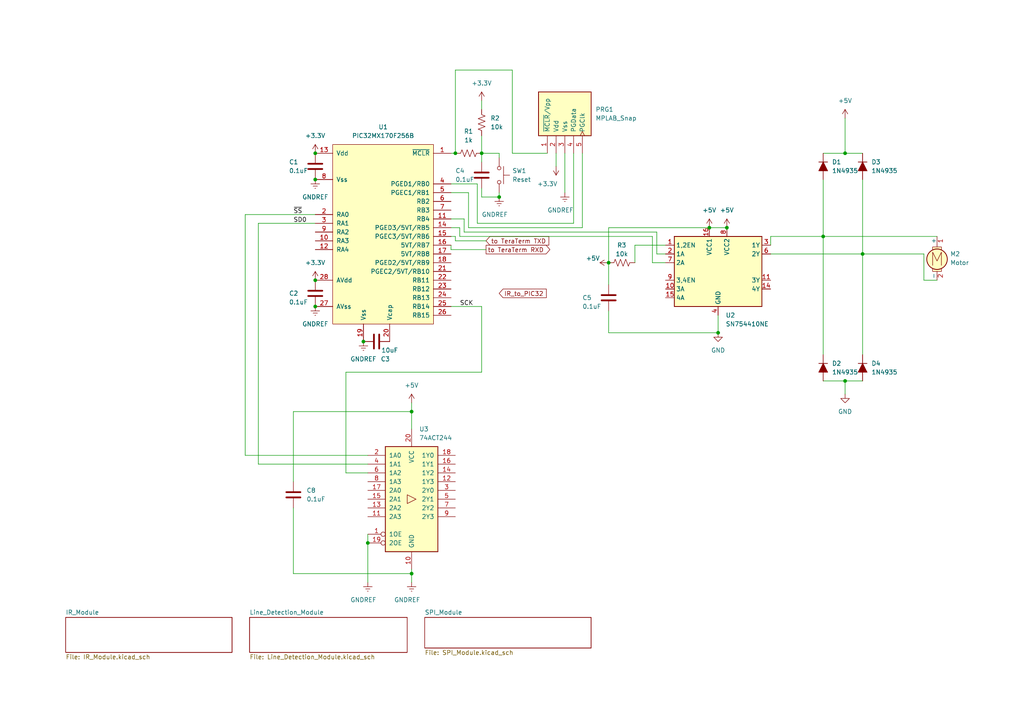
<source format=kicad_sch>
(kicad_sch (version 20230121) (generator eeschema)
  (paper "A4")
  (lib_symbols
    (symbol "Driver_Motor:SN754410NE"
      (property "Reference" "U" (at -10.16 17.78 0))
      (property "Value" "SN754410NE" (at -7.62 15.24 0))
      (symbol "SN754410NE_0_1"
        (rectangle (start -12.7 10.16) (end 12.7 -10.16) (stroke (width 0.254)) (fill (type background)))
      )
      (symbol "SN754410NE_1_1"
        (pin input line (at -15.24 7.62 0) (length 2.54) (name "1,2EN") (number "1"))
        (pin input line (at -15.24 -5.08 0) (length 2.54) (name "3A") (number "10"))
        (pin output line (at 15.24 -2.54 180) (length 2.54) (name "3Y") (number "11"))
        (pin passive line (at 0 -12.7 90) (length 2.54) hide (name "GND") (number "12"))
        (pin passive line (at 0 -12.7 90) (length 2.54) hide (name "GND") (number "13"))
        (pin output line (at 15.24 -5.08 180) (length 2.54) (name "4Y") (number "14"))
        (pin input line (at -15.24 -7.62 0) (length 2.54) (name "4A") (number "15"))
        (pin power_in line (at -2.54 12.7 270) (length 2.54) (name "VCC1") (number "16"))
        (pin input line (at -15.24 5.08 0) (length 2.54) (name "1A") (number "2"))
        (pin output line (at 15.24 7.62 180) (length 2.54) (name "1Y") (number "3"))
        (pin power_in line (at 0 -12.7 90) (length 2.54) (name "GND") (number "4"))
        (pin passive line (at 0 -12.7 90) (length 2.54) hide (name "GND") (number "5"))
        (pin output line (at 15.24 5.08 180) (length 2.54) (name "2Y") (number "6"))
        (pin input line (at -15.24 2.54 0) (length 2.54) (name "2A") (number "7"))
        (pin power_in line (at 2.54 12.7 270) (length 2.54) (name "VCC2") (number "8"))
        (pin input line (at -15.24 -2.54 0) (length 2.54) (name "3,4EN") (number "9"))
      )
    )
    (symbol "ME218_BaseLib:74xxx244" (pin_names (offset 1.016))
      (property "Reference" "U" (at -7.62 16.51 0))
      (property "Value" "74xxx244" (at -7.62 -16.51 0))
      (symbol "74xxx244_1_0"
        (polyline (pts (xy 1.27 0) (xy -1.27 1.27) (xy -1.27 -1.27) (xy 1.27 0)) (stroke (width 0.1524)))
        (pin input inverted (at -12.7 -10.16 0) (length 5.08) (name "1OE") (number "1"))
        (pin power_in line (at 0 -20.32 90) (length 5.08) (name "GND") (number "10"))
        (pin input line (at -12.7 -5.08 0) (length 5.08) (name "2A3") (number "11"))
        (pin output line (at 12.7 5.08 180) (length 5.08) (name "1Y3") (number "12"))
        (pin input line (at -12.7 -2.54 0) (length 5.08) (name "2A2") (number "13"))
        (pin output line (at 12.7 7.62 180) (length 5.08) (name "1Y2") (number "14"))
        (pin input line (at -12.7 0 0) (length 5.08) (name "2A1") (number "15"))
        (pin output line (at 12.7 10.16 180) (length 5.08) (name "1Y1") (number "16"))
        (pin input line (at -12.7 2.54 0) (length 5.08) (name "2A0") (number "17"))
        (pin output line (at 12.7 12.7 180) (length 5.08) (name "1Y0") (number "18"))
        (pin input inverted (at -12.7 -12.7 0) (length 5.08) (name "2OE") (number "19"))
        (pin input line (at -12.7 12.7 0) (length 5.08) (name "1A0") (number "2"))
        (pin power_in line (at 0 20.32 270) (length 5.08) (name "VCC") (number "20"))
        (pin output line (at 12.7 2.54 180) (length 5.08) (name "2Y0") (number "3"))
        (pin input line (at -12.7 10.16 0) (length 5.08) (name "1A1") (number "4"))
        (pin output line (at 12.7 0 180) (length 5.08) (name "2Y1") (number "5"))
        (pin input line (at -12.7 7.62 0) (length 5.08) (name "1A2") (number "6"))
        (pin output line (at 12.7 -2.54 180) (length 5.08) (name "2Y2") (number "7"))
        (pin input line (at -12.7 5.08 0) (length 5.08) (name "1A3") (number "8"))
        (pin output line (at 12.7 -5.08 180) (length 5.08) (name "2Y3") (number "9"))
      )
      (symbol "74xxx244_1_1"
        (rectangle (start -7.62 15.24) (end 7.62 -15.24) (stroke (width 0.254)) (fill (type background)))
      )
    )
    (symbol "ME218_BaseLib:Cap" (pin_numbers hide) (pin_names (offset 0.254))
      (property "Reference" "C" (at 0.635 2.54 0))
      (property "Value" "Cap" (at 0.635 -2.54 0))
      (symbol "Cap_0_1"
        (polyline (pts (xy -2.032 -0.762) (xy 2.032 -0.762)) (stroke (width 0.508)))
        (polyline (pts (xy -2.032 0.762) (xy 2.032 0.762)) (stroke (width 0.508)))
      )
      (symbol "Cap_1_1"
        (pin passive line (at 0 3.81 270) (length 2.794) (name "~") (number "1"))
        (pin passive line (at 0 -3.81 90) (length 2.794) (name "~") (number "2"))
      )
    )
    (symbol "ME218_BaseLib:Diode" (pin_numbers hide) (pin_names (offset 1.016) hide)
      (property "Reference" "D" (at 0 2.54 0))
      (property "Value" "Diode" (at 0 -2.54 0))
      (symbol "Diode_0_1"
        (polyline (pts (xy -1.27 1.27) (xy -1.27 -1.27)) (stroke (width 0.2032)))
        (polyline (pts (xy 1.27 0) (xy -1.27 0)))
        (polyline (pts (xy 1.27 1.27) (xy 1.27 -1.27) (xy -1.27 0) (xy 1.27 1.27)) (stroke (width 0.2032)) (fill (type outline)))
      )
      (symbol "Diode_1_1"
        (pin passive line (at -3.81 0 0) (length 2.54) (name "K") (number "1"))
        (pin passive line (at 3.81 0 180) (length 2.54) (name "A") (number "2"))
      )
    )
    (symbol "ME218_BaseLib:MPLAB_Snap" (pin_names (offset 1.016))
      (property "Reference" "PRG" (at 0 8.89 0))
      (property "Value" "MPLAB_Snap" (at 8.89 1.27 90))
      (symbol "MPLAB_Snap_0_1"
        (rectangle (start -6.35 7.62) (end 6.35 -7.62) (stroke (width 0.254)) (fill (type background)))
      )
      (symbol "MPLAB_Snap_1_1"
        (pin output line (at -11.43 5.08 0) (length 5.08) (name "~{MCLR}/Vpp") (number "1"))
        (pin input line (at -11.43 2.54 0) (length 5.08) (name "Vdd") (number "2"))
        (pin input line (at -11.43 0 0) (length 5.08) (name "Vss") (number "3"))
        (pin bidirectional line (at -11.43 -2.54 0) (length 5.08) (name "PGData") (number "4"))
        (pin output clock (at -11.43 -5.08 0) (length 5.08) (name "PGClk") (number "5"))
        (pin no_connect line (at -2.54 -11.43 0) (length 5.08) hide (name "NC") (number "6"))
        (pin no_connect line (at -2.54 -13.97 0) (length 5.08) hide (name "NC") (number "7"))
        (pin no_connect line (at -2.54 -16.51 0) (length 5.08) hide (name "NC") (number "8"))
      )
    )
    (symbol "ME218_BaseLib:Motor" (pin_names (offset 0))
      (property "Reference" "M" (at 2.54 2.54 0))
      (property "Value" "Motor" (at 2.54 -5.08 0))
      (symbol "Motor_0_0"
        (circle (center 0 -1.524) (radius 2.9718) (stroke (width 0.254)) (fill (type background)))
        (polyline (pts (xy -1.27 -4.318) (xy -1.27 -5.08) (xy 1.27 -5.08) (xy 1.27 -4.318)) (fill (type background)))
        (polyline (pts (xy -1.27 1.27) (xy -1.27 2.032) (xy 1.27 2.032) (xy 1.27 1.27)) (fill (type background)))
        (polyline (pts (xy -1.27 -3.302) (xy -1.27 0.508) (xy 0 -2.032) (xy 1.27 0.508) (xy 1.27 -3.302)))
      )
      (symbol "Motor_0_1"
        (polyline (pts (xy 0 2.032) (xy 0 2.54)))
      )
      (symbol "Motor_1_1"
        (pin passive line (at 0 5.08 270) (length 2.54) (name "+") (number "1"))
        (pin passive line (at 0 -7.62 90) (length 2.54) (name "-") (number "2"))
      )
    )
    (symbol "ME218_BaseLib:PIC32MX170F256B" (pin_names (offset 1.016))
      (property "Reference" "U" (at -20.32 25.4 0))
      (property "Value" "PIC32MX170F256B" (at -7.62 25.4 0))
      (symbol "PIC32MX170F256B_0_1"
        (rectangle (start -21.59 24.13) (end 7.62 -27.94) (fill (type background)))
      )
      (symbol "PIC32MX170F256B_1_1"
        (pin input line (at 12.7 21.59 180) (length 5.08) (name "~{MCLR}") (number "1"))
        (pin bidirectional line (at -26.67 -3.81 0) (length 5.08) (name "RA3") (number "10"))
        (pin bidirectional line (at 12.7 2.54 180) (length 5.08) (name "RB4") (number "11"))
        (pin bidirectional line (at -26.67 -6.35 0) (length 5.08) (name "RA4") (number "12"))
        (pin power_in line (at -26.67 21.59 0) (length 5.08) (name "Vdd") (number "13"))
        (pin bidirectional line (at 12.7 0 180) (length 5.08) (name "PGED3/5VT/RB5") (number "14"))
        (pin bidirectional line (at 12.7 -2.54 180) (length 5.08) (name "PGEC3/5VT/RB6") (number "15"))
        (pin bidirectional line (at 12.7 -5.08 180) (length 5.08) (name "5VT/RB7") (number "16"))
        (pin bidirectional line (at 12.7 -7.62 180) (length 5.08) (name "5VT/RB8") (number "17"))
        (pin bidirectional line (at 12.7 -10.16 180) (length 5.08) (name "PGED2/5VT/RB9") (number "18"))
        (pin power_in line (at -12.7 -33.02 90) (length 5.08) (name "Vss") (number "19"))
        (pin bidirectional line (at -26.67 3.81 0) (length 5.08) (name "RA0") (number "2"))
        (pin input line (at -5.08 -33.02 90) (length 5.08) (name "Vcap") (number "20"))
        (pin bidirectional line (at 12.7 -12.7 180) (length 5.08) (name "PGEC2/5VT/RB10") (number "21"))
        (pin bidirectional line (at 12.7 -15.24 180) (length 5.08) (name "RB11") (number "22"))
        (pin bidirectional line (at 12.7 -17.78 180) (length 5.08) (name "RB12") (number "23"))
        (pin bidirectional line (at 12.7 -20.32 180) (length 5.08) (name "RB13") (number "24"))
        (pin bidirectional line (at 12.7 -22.86 180) (length 5.08) (name "RB14") (number "25"))
        (pin bidirectional line (at 12.7 -25.4 180) (length 5.08) (name "RB15") (number "26"))
        (pin power_in line (at -26.67 -22.86 0) (length 5.08) (name "AVss") (number "27"))
        (pin power_in line (at -26.67 -15.24 0) (length 5.08) (name "AVdd") (number "28"))
        (pin bidirectional line (at -26.67 1.27 0) (length 5.08) (name "RA1") (number "3"))
        (pin bidirectional line (at 12.7 12.7 180) (length 5.08) (name "PGED1/RB0") (number "4"))
        (pin bidirectional line (at 12.7 10.16 180) (length 5.08) (name "PGEC1/RB1") (number "5"))
        (pin bidirectional line (at 12.7 7.62 180) (length 5.08) (name "RB2") (number "6"))
        (pin bidirectional line (at 12.7 5.08 180) (length 5.08) (name "RB3") (number "7"))
        (pin power_in line (at -26.67 13.97 0) (length 5.08) (name "Vss") (number "8"))
        (pin bidirectional line (at -26.67 -1.27 0) (length 5.08) (name "RA2") (number "9"))
      )
    )
    (symbol "ME218_BaseLib:Res1" (pin_numbers hide) (pin_names (offset 0))
      (property "Reference" "R" (at 2.54 0 90))
      (property "Value" "Res1" (at -2.54 0 90))
      (symbol "Res1_0_1"
        (polyline (pts (xy 0 -2.286) (xy 0 -2.54)))
        (polyline (pts (xy 0 2.286) (xy 0 2.54)))
        (polyline (pts (xy 0 -0.762) (xy 1.016 -1.143) (xy 0 -1.524) (xy -1.016 -1.905) (xy 0 -2.286)))
        (polyline (pts (xy 0 0.762) (xy 1.016 0.381) (xy 0 0) (xy -1.016 -0.381) (xy 0 -0.762)))
        (polyline (pts (xy 0 2.286) (xy 1.016 1.905) (xy 0 1.524) (xy -1.016 1.143) (xy 0 0.762)))
      )
      (symbol "Res1_1_1"
        (pin passive line (at 0 3.81 270) (length 1.27) (name "~") (number "1"))
        (pin passive line (at 0 -3.81 90) (length 1.27) (name "~") (number "2"))
      )
    )
    (symbol "ME218_BaseLib:SW-PB" (pin_numbers hide) (pin_names (offset 1.016) hide)
      (property "Reference" "SW" (at 1.27 2.54 0))
      (property "Value" "SW-PB" (at 0 -1.524 0))
      (symbol "SW-PB_0_1"
        (circle (center -2.032 0) (radius 0.508))
        (polyline (pts (xy 0 1.27) (xy 0 3.048)))
        (polyline (pts (xy 2.54 1.27) (xy -2.54 1.27)))
        (circle (center 2.032 0) (radius 0.508))
        (pin passive line (at -5.08 0 0) (length 2.54) (name "1") (number "1"))
        (pin passive line (at 5.08 0 180) (length 2.54) (name "2") (number "2"))
      )
    )
    (symbol "power:+3.3V" (power) (pin_names (offset 0))
      (property "Value" "+3.3V" (at 0 3.556 0))
      (symbol "+3.3V_0_1"
        (polyline (pts (xy -0.762 1.27) (xy 0 2.54)))
        (polyline (pts (xy 0 0) (xy 0 2.54)))
        (polyline (pts (xy 0 2.54) (xy 0.762 1.27)))
      )
      (symbol "+3.3V_1_1"
        (pin power_in line (at 0 0 90) (length 0) hide (name "+3.3V") (number "1"))
      )
    )
    (symbol "power:+5V" (power) (pin_names (offset 0))
      (property "Value" "+5V" (at 0 3.556 0))
      (symbol "+5V_0_1"
        (polyline (pts (xy -0.762 1.27) (xy 0 2.54)))
        (polyline (pts (xy 0 0) (xy 0 2.54)))
        (polyline (pts (xy 0 2.54) (xy 0.762 1.27)))
      )
      (symbol "+5V_1_1"
        (pin power_in line (at 0 0 90) (length 0) hide (name "+5V") (number "1"))
      )
    )
    (symbol "power:GND" (power) (pin_names (offset 0))
      (property "Value" "GND" (at 0 -3.81 0))
      (symbol "GND_0_1"
        (polyline (pts (xy 0 0) (xy 0 -1.27) (xy 1.27 -1.27) (xy 0 -2.54) (xy -1.27 -1.27) (xy 0 -1.27)))
      )
      (symbol "GND_1_1"
        (pin power_in line (at 0 0 270) (length 0) hide (name "GND") (number "1"))
      )
    )
    (symbol "power:GNDREF" (power) (pin_names (offset 0))
      (property "Value" "GNDREF" (at 0 -3.81 0))
      (symbol "GNDREF_0_1"
        (polyline (pts (xy -0.635 -1.905) (xy 0.635 -1.905)))
        (polyline (pts (xy -0.127 -2.54) (xy 0.127 -2.54)))
        (polyline (pts (xy 0 -1.27) (xy 0 0)))
        (polyline (pts (xy 1.27 -1.27) (xy -1.27 -1.27)))
      )
      (symbol "GNDREF_1_1"
        (pin power_in line (at 0 0 270) (length 0) hide (name "GNDREF") (number "1"))
      )
    )
  )
  (junction (at 91.44 81.28))
  (junction (at 245.11 110.49))
  (junction (at 105.41 99.06))
  (junction (at 106.68 157.48))
  (junction (at 208.28 96.52))
  (junction (at 245.11 44.45))
  (junction (at 238.76 68.58))
  (junction (at 91.44 44.45))
  (junction (at 139.7 44.45))
  (junction (at 91.44 52.07))
  (junction (at 132.08 44.45))
  (junction (at 210.82 66.04))
  (junction (at 176.53 76.2))
  (junction (at 205.74 66.04))
  (junction (at 119.38 166.37))
  (junction (at 250.19 73.66))
  (junction (at 119.38 119.38))
  (junction (at 144.78 57.15))
  (junction (at 91.44 88.9))
  (wire (pts (xy 190.5 73.66) (xy 193.04 73.66)))
  (wire (pts (xy 245.11 110.49) (xy 245.11 114.3)))
  (wire (pts (xy 134.62 63.5) (xy 134.62 67.31)))
  (wire (pts (xy 85.09 139.7) (xy 85.09 119.38)))
  (wire (pts (xy 144.78 44.45) (xy 144.78 45.72)))
  (wire (pts (xy 74.93 134.62) (xy 106.68 134.62)))
  (wire (pts (xy 130.81 53.34) (xy 138.43 53.34)))
  (wire (pts (xy 139.7 57.15) (xy 139.7 54.61)))
  (wire (pts (xy 223.52 68.58) (xy 238.76 68.58)))
  (wire (pts (xy 130.81 68.58) (xy 132.08 68.58)))
  (wire (pts (xy 245.11 44.45) (xy 250.19 44.45)))
  (wire (pts (xy 106.68 154.94) (xy 106.68 157.48)))
  (wire (pts (xy 238.76 52.07) (xy 238.76 68.58)))
  (wire (pts (xy 132.08 68.58) (xy 132.08 69.85)))
  (wire (pts (xy 176.53 90.17) (xy 176.53 96.52)))
  (wire (pts (xy 148.59 44.45) (xy 148.59 20.32)))
  (wire (pts (xy 134.62 67.31) (xy 190.5 67.31)))
  (wire (pts (xy 119.38 116.84) (xy 119.38 119.38)))
  (wire (pts (xy 74.93 64.77) (xy 74.93 134.62)))
  (wire (pts (xy 189.23 76.2) (xy 193.04 76.2)))
  (wire (pts (xy 250.19 73.66) (xy 267.97 73.66)))
  (wire (pts (xy 250.19 73.66) (xy 250.19 102.87)))
  (wire (pts (xy 100.33 137.16) (xy 106.68 137.16)))
  (wire (pts (xy 158.75 44.45) (xy 148.59 44.45)))
  (wire (pts (xy 148.59 20.32) (xy 132.08 20.32)))
  (wire (pts (xy 100.33 107.95) (xy 100.33 137.16)))
  (wire (pts (xy 132.08 69.85) (xy 140.97 69.85)))
  (wire (pts (xy 133.35 68.58) (xy 189.23 68.58)))
  (wire (pts (xy 166.37 64.77) (xy 138.43 64.77)))
  (wire (pts (xy 250.19 52.07) (xy 250.19 73.66)))
  (wire (pts (xy 139.7 29.21) (xy 139.7 31.75)))
  (wire (pts (xy 130.81 63.5) (xy 134.62 63.5)))
  (wire (pts (xy 238.76 68.58) (xy 271.78 68.58)))
  (wire (pts (xy 119.38 166.37) (xy 119.38 165.1)))
  (wire (pts (xy 161.29 44.45) (xy 161.29 48.26)))
  (wire (pts (xy 144.78 57.15) (xy 144.78 55.88)))
  (wire (pts (xy 119.38 168.91) (xy 119.38 166.37)))
  (wire (pts (xy 238.76 110.49) (xy 245.11 110.49)))
  (wire (pts (xy 139.7 57.15) (xy 144.78 57.15)))
  (wire (pts (xy 139.7 39.37) (xy 139.7 44.45)))
  (wire (pts (xy 130.81 55.88) (xy 135.89 55.88)))
  (wire (pts (xy 238.76 68.58) (xy 238.76 102.87)))
  (wire (pts (xy 245.11 110.49) (xy 250.19 110.49)))
  (wire (pts (xy 71.12 132.08) (xy 106.68 132.08)))
  (wire (pts (xy 210.82 66.04) (xy 205.74 66.04)))
  (wire (pts (xy 208.28 91.44) (xy 208.28 96.52)))
  (wire (pts (xy 106.68 157.48) (xy 106.68 168.91)))
  (wire (pts (xy 138.43 64.77) (xy 138.43 53.34)))
  (wire (pts (xy 139.7 88.9) (xy 139.7 107.95)))
  (wire (pts (xy 74.93 64.77) (xy 91.44 64.77)))
  (wire (pts (xy 119.38 119.38) (xy 119.38 124.46)))
  (wire (pts (xy 184.15 71.12) (xy 184.15 76.2)))
  (wire (pts (xy 205.74 66.04) (xy 176.53 66.04)))
  (wire (pts (xy 132.08 20.32) (xy 132.08 44.45)))
  (wire (pts (xy 132.08 44.45) (xy 130.81 44.45)))
  (wire (pts (xy 267.97 81.28) (xy 271.78 81.28)))
  (wire (pts (xy 130.81 88.9) (xy 139.7 88.9)))
  (wire (pts (xy 223.52 68.58) (xy 223.52 71.12)))
  (wire (pts (xy 71.12 62.23) (xy 91.44 62.23)))
  (wire (pts (xy 85.09 119.38) (xy 119.38 119.38)))
  (wire (pts (xy 163.83 55.88) (xy 163.83 44.45)))
  (wire (pts (xy 176.53 76.2) (xy 176.53 82.55)))
  (wire (pts (xy 139.7 46.99) (xy 139.7 44.45)))
  (wire (pts (xy 223.52 73.66) (xy 250.19 73.66)))
  (wire (pts (xy 139.7 44.45) (xy 144.78 44.45)))
  (wire (pts (xy 189.23 68.58) (xy 189.23 76.2)))
  (wire (pts (xy 85.09 147.32) (xy 85.09 166.37)))
  (wire (pts (xy 168.91 44.45) (xy 168.91 66.04)))
  (wire (pts (xy 238.76 44.45) (xy 245.11 44.45)))
  (wire (pts (xy 130.81 66.04) (xy 133.35 66.04)))
  (wire (pts (xy 193.04 71.12) (xy 184.15 71.12)))
  (wire (pts (xy 140.97 72.39) (xy 130.81 72.39)))
  (wire (pts (xy 130.81 72.39) (xy 130.81 71.12)))
  (wire (pts (xy 245.11 34.29) (xy 245.11 44.45)))
  (wire (pts (xy 267.97 73.66) (xy 267.97 81.28)))
  (wire (pts (xy 166.37 44.45) (xy 166.37 64.77)))
  (wire (pts (xy 176.53 96.52) (xy 208.28 96.52)))
  (wire (pts (xy 168.91 66.04) (xy 135.89 66.04)))
  (wire (pts (xy 176.53 66.04) (xy 176.53 76.2)))
  (wire (pts (xy 135.89 66.04) (xy 135.89 55.88)))
  (wire (pts (xy 133.35 66.04) (xy 133.35 68.58)))
  (wire (pts (xy 139.7 107.95) (xy 100.33 107.95)))
  (wire (pts (xy 85.09 166.37) (xy 119.38 166.37)))
  (wire (pts (xy 190.5 67.31) (xy 190.5 73.66)))
  (wire (pts (xy 71.12 62.23) (xy 71.12 132.08)))
  (label "SD0" (at 85.09 64.77 0))
  (label "SCK" (at 133.35 88.9 0))
  (label "~{SS}" (at 85.09 62.23 0))
  (global_label "to TeraTerm RXD" (shape output) (at 140.97 72.39 0) (property "Intersheetrefs" "${INTERSHEET_REFS}" (effects hide)))
  (global_label "IR_to_PIC32" (shape input) (at 144.78 85.09 0) (property "Intersheetrefs" "${INTERSHEET_REFS}" (effects hide)))
  (global_label "to TeraTerm TXD" (shape input) (at 140.97 69.85 0) (property "Intersheetrefs" "${INTERSHEET_REFS}" (effects hide)))
  (symbol (lib_id "ME218_BaseLib:Diode") (at 250.19 106.68 270) (unit 1)
    (property "Reference" "D4" (at 252.73 105.41 90) (effects (justify left)))
    (property "Value" "1N4935" (at 252.73 107.95 90) (effects (justify left)))
  )
  (symbol (lib_id "power:GND") (at 208.28 96.52 0) (unit 1)
    (property "Reference" "#PWR014" (effects hide))
    (property "Value" "GND" (at 208.28 101.6 0))
  )
  (symbol (lib_id "ME218_BaseLib:Res1") (at 139.7 35.56 0) (unit 1)
    (property "Reference" "R2" (at 142.24 34.29 0) (effects (justify left)))
    (property "Value" "10k" (at 142.24 36.83 0) (effects (justify left)))
  )
  (symbol (lib_id "power:+3.3V") (at 161.29 48.26 180) (unit 1)
    (property "Reference" "#PWR010" (effects hide))
    (property "Value" "+3.3V" (at 158.75 53.34 0))
  )
  (symbol (lib_id "power:GNDREF") (at 105.41 99.06 0) (unit 1)
    (property "Reference" "#PWR05" (effects hide))
    (property "Value" "GNDREF" (at 105.41 104.14 0))
  )
  (symbol (lib_id "power:GNDREF") (at 163.83 55.88 0) (unit 1)
    (property "Reference" "#PWR011" (effects hide))
    (property "Value" "GNDREF" (at 162.56 60.96 0))
  )
  (symbol (lib_id "power:+5V") (at 119.38 116.84 0) (unit 1)
    (property "Reference" "#PWR019" (effects hide))
    (property "Value" "+5V" (at 119.38 111.76 0))
  )
  (symbol (lib_id "power:GND") (at 245.11 114.3 0) (unit 1)
    (property "Reference" "#PWR017" (effects hide))
    (property "Value" "GND" (at 245.11 119.38 0))
  )
  (symbol (lib_id "ME218_BaseLib:PIC32MX170F256B") (at 118.11 66.04 0) (unit 1)
    (property "Reference" "U1" (at 111.125 36.83 0))
    (property "Value" "PIC32MX170F256B" (at 111.125 39.37 0))
  )
  (symbol (lib_id "ME218_BaseLib:Cap") (at 85.09 143.51 0) (unit 1)
    (property "Reference" "C8" (at 88.9 142.24 0) (effects (justify left)))
    (property "Value" "0.1uF" (at 88.9 144.78 0) (effects (justify left)))
  )
  (symbol (lib_id "ME218_BaseLib:SW-PB") (at 144.78 50.8 270) (unit 1)
    (property "Reference" "SW1" (at 148.59 49.53 90) (effects (justify left)))
    (property "Value" "Reset" (at 148.59 52.07 90) (effects (justify left)))
  )
  (symbol (lib_id "Driver_Motor:SN754410NE") (at 208.28 78.74 0) (unit 1)
    (property "Reference" "U2" (at 210.4741 91.44 0) (effects (justify left)))
    (property "Value" "SN754410NE" (at 210.4741 93.98 0) (effects (justify left)))
    (property "Footprint" "Package_DIP:DIP-16_W7.62mm" (effects hide))
    (property "Datasheet" "https://www.ti.com/lit/ds/symlink/sn754410.pdf" (effects hide))
  )
  (symbol (lib_id "power:GNDREF") (at 106.68 168.91 0) (unit 1)
    (property "Reference" "#PWR018" (effects hide))
    (property "Value" "GNDREF" (at 105.41 173.99 0))
  )
  (symbol (lib_id "power:+5V") (at 176.53 76.2 90) (unit 1)
    (property "Reference" "#PWR012" (effects hide))
    (property "Value" "+5V" (at 173.99 74.93 90) (effects (justify left)))
  )
  (symbol (lib_id "power:+3.3V") (at 139.7 29.21 0) (unit 1)
    (property "Reference" "#PWR06" (effects hide))
    (property "Value" "+3.3V" (at 139.7 24.13 0))
  )
  (symbol (lib_id "power:+3.3V") (at 91.44 81.28 0) (unit 1)
    (property "Reference" "#PWR03" (effects hide))
    (property "Value" "+3.3V" (at 91.44 76.2 0))
  )
  (symbol (lib_id "ME218_BaseLib:Res1") (at 135.89 44.45 90) (unit 1)
    (property "Reference" "R1" (at 135.89 38.1 90))
    (property "Value" "1k" (at 135.89 40.64 90))
  )
  (symbol (lib_id "power:GNDREF") (at 91.44 52.07 0) (unit 1)
    (property "Reference" "#PWR02" (effects hide))
    (property "Value" "GNDREF" (at 91.44 57.15 0))
  )
  (symbol (lib_id "ME218_BaseLib:Diode") (at 250.19 48.26 270) (unit 1)
    (property "Reference" "D3" (at 252.73 46.99 90) (effects (justify left)))
    (property "Value" "1N4935" (at 252.73 49.53 90) (effects (justify left)))
  )
  (symbol (lib_id "power:GNDREF") (at 119.38 168.91 0) (unit 1)
    (property "Reference" "#PWR028" (effects hide))
    (property "Value" "GNDREF" (at 118.11 173.99 0))
  )
  (symbol (lib_id "ME218_BaseLib:Cap") (at 91.44 85.09 0) (unit 1)
    (property "Reference" "C2" (at 83.82 85.09 0) (effects (justify left)))
    (property "Value" "0.1uF" (at 83.82 87.63 0) (effects (justify left)))
  )
  (symbol (lib_id "power:GNDREF") (at 91.44 88.9 0) (unit 1)
    (property "Reference" "#PWR04" (effects hide))
    (property "Value" "GNDREF" (at 91.44 93.98 0))
  )
  (symbol (lib_id "power:+3.3V") (at 91.44 44.45 0) (unit 1)
    (property "Reference" "#PWR01" (effects hide))
    (property "Value" "+3.3V" (at 91.44 39.37 0))
  )
  (symbol (lib_id "ME218_BaseLib:Diode") (at 238.76 48.26 270) (unit 1)
    (property "Reference" "D1" (at 241.3 46.99 90) (effects (justify left)))
    (property "Value" "1N4935" (at 241.3 49.53 90) (effects (justify left)))
  )
  (symbol (lib_id "ME218_BaseLib:Cap") (at 139.7 50.8 0) (unit 1)
    (property "Reference" "C4" (at 132.08 49.53 0) (effects (justify left)))
    (property "Value" "0.1uF" (at 132.08 52.07 0) (effects (justify left)))
  )
  (symbol (lib_id "ME218_BaseLib:Motor") (at 271.78 73.66 0) (unit 1)
    (property "Reference" "M2" (at 275.59 73.66 0) (effects (justify left)))
    (property "Value" "Motor" (at 275.59 76.2 0) (effects (justify left)))
  )
  (symbol (lib_id "ME218_BaseLib:Cap") (at 91.44 48.26 0) (unit 1)
    (property "Reference" "C1" (at 83.82 46.99 0) (effects (justify left)))
    (property "Value" "0.1uF" (at 83.82 49.53 0) (effects (justify left)))
  )
  (symbol (lib_id "ME218_BaseLib:74xxx244") (at 119.38 144.78 0) (unit 1)
    (property "Reference" "U3" (at 121.5741 124.46 0) (effects (justify left)))
    (property "Value" "74ACT244" (at 121.5741 127 0) (effects (justify left)))
  )
  (symbol (lib_id "ME218_BaseLib:Diode") (at 238.76 106.68 270) (unit 1)
    (property "Reference" "D2" (at 241.3 105.41 90) (effects (justify left)))
    (property "Value" "1N4935" (at 241.3 107.95 90) (effects (justify left)))
  )
  (symbol (lib_id "power:GNDREF") (at 144.78 57.15 0) (unit 1)
    (property "Reference" "#PWR07" (effects hide))
    (property "Value" "GNDREF" (at 143.51 62.23 0))
  )
  (symbol (lib_id "ME218_BaseLib:Cap") (at 176.53 86.36 0) (unit 1)
    (property "Reference" "C5" (at 168.91 86.36 0) (effects (justify left)))
    (property "Value" "0.1uF" (at 168.91 88.9 0) (effects (justify left)))
  )
  (symbol (lib_id "power:+5V") (at 210.82 66.04 0) (unit 1)
    (property "Reference" "#PWR015" (effects hide))
    (property "Value" "+5V" (at 210.82 60.96 0))
  )
  (symbol (lib_id "ME218_BaseLib:MPLAB_Snap") (at 163.83 33.02 90) (unit 1)
    (property "Reference" "PRG1" (at 172.72 31.75 90) (effects (justify right)))
    (property "Value" "MPLAB_Snap" (at 172.72 34.29 90) (effects (justify right)))
  )
  (symbol (lib_id "ME218_BaseLib:Cap") (at 109.22 99.06 90) (unit 1)
    (property "Reference" "C3" (at 111.76 104.14 90))
    (property "Value" "10uF" (at 113.03 101.6 90))
  )
  (symbol (lib_id "ME218_BaseLib:Res1") (at 180.34 76.2 90) (unit 1)
    (property "Reference" "R3" (at 180.34 71.12 90))
    (property "Value" "10k" (at 180.34 73.66 90))
  )
  (symbol (lib_id "power:+5V") (at 245.11 34.29 0) (unit 1)
    (property "Reference" "#PWR016" (effects hide))
    (property "Value" "+5V" (at 245.11 29.21 0))
  )
  (symbol (lib_id "power:+5V") (at 205.74 66.04 0) (unit 1)
    (property "Reference" "#PWR013" (effects hide))
    (property "Value" "+5V" (at 205.74 60.96 0))
  )
  (sheet (at 123.19 179.07) (size 48.26 8.89) (stroke (width 0.1524))
    (property "Sheetname" "SPI_Module" (at 123.19 178.3584 0) (effects (justify left bottom)))
    (property "Sheetfile" "SPI_Module.kicad_sch" (at 123.19 188.5446 0) (effects (justify left top)))
  )
  (sheet (at 19.05 179.07) (size 48.26 10.16) (stroke (width 0.1524))
    (property "Sheetname" "IR_Module" (at 19.05 178.3584 0) (effects (justify left bottom)))
    (property "Sheetfile" "IR_Module.kicad_sch" (at 19.05 189.8146 0) (effects (justify left top)))
  )
  (sheet (at 72.39 179.07) (size 45.72 10.16) (stroke (width 0.1524))
    (property "Sheetname" "Line_Detection_Module" (at 72.39 178.3584 0) (effects (justify left bottom)))
    (property "Sheetfile" "Line_Detection_Module.kicad_sch" (at 72.39 189.8146 0) (effects (justify left top)))
  )
)
</source>
